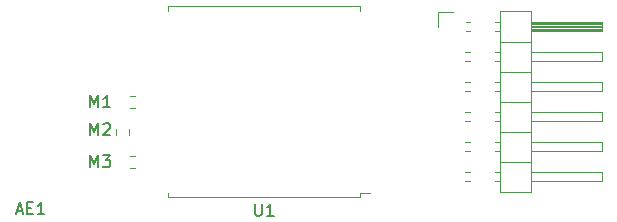
<source format=gbr>
%TF.GenerationSoftware,KiCad,Pcbnew,7.0.4*%
%TF.CreationDate,2023-05-26T13:29:51+02:00*%
%TF.ProjectId,RFM9xW_ANT,52464d39-7857-45f4-914e-542e6b696361,rev?*%
%TF.SameCoordinates,Original*%
%TF.FileFunction,Legend,Top*%
%TF.FilePolarity,Positive*%
%FSLAX46Y46*%
G04 Gerber Fmt 4.6, Leading zero omitted, Abs format (unit mm)*
G04 Created by KiCad (PCBNEW 7.0.4) date 2023-05-26 13:29:51*
%MOMM*%
%LPD*%
G01*
G04 APERTURE LIST*
%ADD10C,0.150000*%
%ADD11C,0.120000*%
G04 APERTURE END LIST*
D10*
%TO.C,M3*%
X119205476Y-55064819D02*
X119205476Y-54064819D01*
X119205476Y-54064819D02*
X119538809Y-54779104D01*
X119538809Y-54779104D02*
X119872142Y-54064819D01*
X119872142Y-54064819D02*
X119872142Y-55064819D01*
X120253095Y-54064819D02*
X120872142Y-54064819D01*
X120872142Y-54064819D02*
X120538809Y-54445771D01*
X120538809Y-54445771D02*
X120681666Y-54445771D01*
X120681666Y-54445771D02*
X120776904Y-54493390D01*
X120776904Y-54493390D02*
X120824523Y-54541009D01*
X120824523Y-54541009D02*
X120872142Y-54636247D01*
X120872142Y-54636247D02*
X120872142Y-54874342D01*
X120872142Y-54874342D02*
X120824523Y-54969580D01*
X120824523Y-54969580D02*
X120776904Y-55017200D01*
X120776904Y-55017200D02*
X120681666Y-55064819D01*
X120681666Y-55064819D02*
X120395952Y-55064819D01*
X120395952Y-55064819D02*
X120300714Y-55017200D01*
X120300714Y-55017200D02*
X120253095Y-54969580D01*
%TO.C,U1*%
X133128095Y-58184819D02*
X133128095Y-58994342D01*
X133128095Y-58994342D02*
X133175714Y-59089580D01*
X133175714Y-59089580D02*
X133223333Y-59137200D01*
X133223333Y-59137200D02*
X133318571Y-59184819D01*
X133318571Y-59184819D02*
X133509047Y-59184819D01*
X133509047Y-59184819D02*
X133604285Y-59137200D01*
X133604285Y-59137200D02*
X133651904Y-59089580D01*
X133651904Y-59089580D02*
X133699523Y-58994342D01*
X133699523Y-58994342D02*
X133699523Y-58184819D01*
X134699523Y-59184819D02*
X134128095Y-59184819D01*
X134413809Y-59184819D02*
X134413809Y-58184819D01*
X134413809Y-58184819D02*
X134318571Y-58327676D01*
X134318571Y-58327676D02*
X134223333Y-58422914D01*
X134223333Y-58422914D02*
X134128095Y-58470533D01*
%TO.C,M1*%
X119205476Y-49984819D02*
X119205476Y-48984819D01*
X119205476Y-48984819D02*
X119538809Y-49699104D01*
X119538809Y-49699104D02*
X119872142Y-48984819D01*
X119872142Y-48984819D02*
X119872142Y-49984819D01*
X120872142Y-49984819D02*
X120300714Y-49984819D01*
X120586428Y-49984819D02*
X120586428Y-48984819D01*
X120586428Y-48984819D02*
X120491190Y-49127676D01*
X120491190Y-49127676D02*
X120395952Y-49222914D01*
X120395952Y-49222914D02*
X120300714Y-49270533D01*
%TO.C,M2*%
X119205476Y-52334819D02*
X119205476Y-51334819D01*
X119205476Y-51334819D02*
X119538809Y-52049104D01*
X119538809Y-52049104D02*
X119872142Y-51334819D01*
X119872142Y-51334819D02*
X119872142Y-52334819D01*
X120300714Y-51430057D02*
X120348333Y-51382438D01*
X120348333Y-51382438D02*
X120443571Y-51334819D01*
X120443571Y-51334819D02*
X120681666Y-51334819D01*
X120681666Y-51334819D02*
X120776904Y-51382438D01*
X120776904Y-51382438D02*
X120824523Y-51430057D01*
X120824523Y-51430057D02*
X120872142Y-51525295D01*
X120872142Y-51525295D02*
X120872142Y-51620533D01*
X120872142Y-51620533D02*
X120824523Y-51763390D01*
X120824523Y-51763390D02*
X120253095Y-52334819D01*
X120253095Y-52334819D02*
X120872142Y-52334819D01*
%TO.C,AE1*%
X112958333Y-58769104D02*
X113434523Y-58769104D01*
X112863095Y-59054819D02*
X113196428Y-58054819D01*
X113196428Y-58054819D02*
X113529761Y-59054819D01*
X113863095Y-58531009D02*
X114196428Y-58531009D01*
X114339285Y-59054819D02*
X113863095Y-59054819D01*
X113863095Y-59054819D02*
X113863095Y-58054819D01*
X113863095Y-58054819D02*
X114339285Y-58054819D01*
X115291666Y-59054819D02*
X114720238Y-59054819D01*
X115005952Y-59054819D02*
X115005952Y-58054819D01*
X115005952Y-58054819D02*
X114910714Y-58197676D01*
X114910714Y-58197676D02*
X114815476Y-58292914D01*
X114815476Y-58292914D02*
X114720238Y-58340533D01*
D11*
%TO.C,J1*%
X148590000Y-41910000D02*
X149860000Y-41910000D01*
X148590000Y-43180000D02*
X148590000Y-41910000D01*
X150902929Y-45340000D02*
X151357071Y-45340000D01*
X150902929Y-46100000D02*
X151357071Y-46100000D01*
X150902929Y-47880000D02*
X151357071Y-47880000D01*
X150902929Y-48640000D02*
X151357071Y-48640000D01*
X150902929Y-50420000D02*
X151357071Y-50420000D01*
X150902929Y-51180000D02*
X151357071Y-51180000D01*
X150902929Y-52960000D02*
X151357071Y-52960000D01*
X150902929Y-53720000D02*
X151357071Y-53720000D01*
X150902929Y-55500000D02*
X151357071Y-55500000D01*
X150902929Y-56260000D02*
X151357071Y-56260000D01*
X150970000Y-42800000D02*
X151357071Y-42800000D01*
X150970000Y-43560000D02*
X151357071Y-43560000D01*
X153442929Y-42800000D02*
X153840000Y-42800000D01*
X153442929Y-43560000D02*
X153840000Y-43560000D01*
X153442929Y-45340000D02*
X153840000Y-45340000D01*
X153442929Y-46100000D02*
X153840000Y-46100000D01*
X153442929Y-47880000D02*
X153840000Y-47880000D01*
X153442929Y-48640000D02*
X153840000Y-48640000D01*
X153442929Y-50420000D02*
X153840000Y-50420000D01*
X153442929Y-51180000D02*
X153840000Y-51180000D01*
X153442929Y-52960000D02*
X153840000Y-52960000D01*
X153442929Y-53720000D02*
X153840000Y-53720000D01*
X153442929Y-55500000D02*
X153840000Y-55500000D01*
X153442929Y-56260000D02*
X153840000Y-56260000D01*
X153840000Y-41850000D02*
X153840000Y-57210000D01*
X153840000Y-44450000D02*
X156500000Y-44450000D01*
X153840000Y-46990000D02*
X156500000Y-46990000D01*
X153840000Y-49530000D02*
X156500000Y-49530000D01*
X153840000Y-52070000D02*
X156500000Y-52070000D01*
X153840000Y-54610000D02*
X156500000Y-54610000D01*
X153840000Y-57210000D02*
X156500000Y-57210000D01*
X156500000Y-41850000D02*
X153840000Y-41850000D01*
X156500000Y-42800000D02*
X162500000Y-42800000D01*
X156500000Y-42860000D02*
X162500000Y-42860000D01*
X156500000Y-42980000D02*
X162500000Y-42980000D01*
X156500000Y-43100000D02*
X162500000Y-43100000D01*
X156500000Y-43220000D02*
X162500000Y-43220000D01*
X156500000Y-43340000D02*
X162500000Y-43340000D01*
X156500000Y-43460000D02*
X162500000Y-43460000D01*
X156500000Y-45340000D02*
X162500000Y-45340000D01*
X156500000Y-47880000D02*
X162500000Y-47880000D01*
X156500000Y-50420000D02*
X162500000Y-50420000D01*
X156500000Y-52960000D02*
X162500000Y-52960000D01*
X156500000Y-55500000D02*
X162500000Y-55500000D01*
X156500000Y-57210000D02*
X156500000Y-41850000D01*
X162500000Y-42800000D02*
X162500000Y-43560000D01*
X162500000Y-43560000D02*
X156500000Y-43560000D01*
X162500000Y-45340000D02*
X162500000Y-46100000D01*
X162500000Y-46100000D02*
X156500000Y-46100000D01*
X162500000Y-47880000D02*
X162500000Y-48640000D01*
X162500000Y-48640000D02*
X156500000Y-48640000D01*
X162500000Y-50420000D02*
X162500000Y-51180000D01*
X162500000Y-51180000D02*
X156500000Y-51180000D01*
X162500000Y-52960000D02*
X162500000Y-53720000D01*
X162500000Y-53720000D02*
X156500000Y-53720000D01*
X162500000Y-55500000D02*
X162500000Y-56260000D01*
X162500000Y-56260000D02*
X156500000Y-56260000D01*
%TO.C,M3*%
X122507742Y-54087500D02*
X122982258Y-54087500D01*
X122507742Y-55132500D02*
X122982258Y-55132500D01*
%TO.C,U1*%
X141990000Y-57630000D02*
X141990000Y-57280000D01*
X141990000Y-57630000D02*
X125790000Y-57630000D01*
X141990000Y-57280000D02*
X142890000Y-57280000D01*
X141990000Y-41830000D02*
X141990000Y-41430000D01*
X141990000Y-41430000D02*
X125790000Y-41430000D01*
X125790000Y-57630000D02*
X125790000Y-57230000D01*
X125790000Y-41430000D02*
X125790000Y-41830000D01*
%TO.C,M1*%
X122507742Y-49007500D02*
X122982258Y-49007500D01*
X122507742Y-50052500D02*
X122982258Y-50052500D01*
%TO.C,M2*%
X122442500Y-51832742D02*
X122442500Y-52307258D01*
X121397500Y-51832742D02*
X121397500Y-52307258D01*
%TD*%
M02*

</source>
